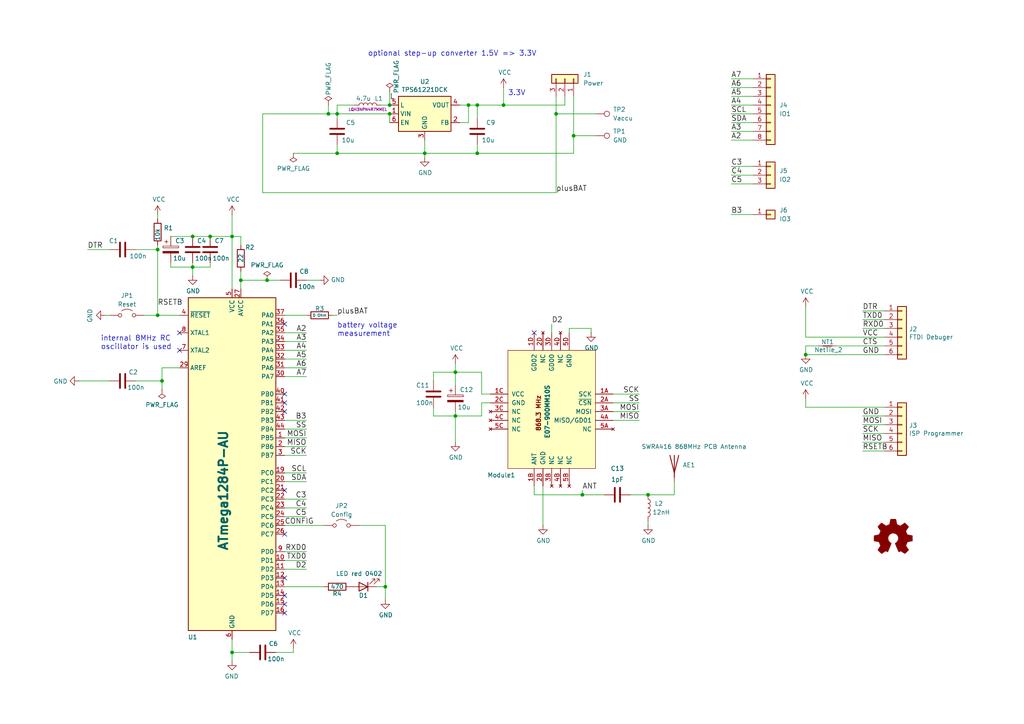
<source format=kicad_sch>
(kicad_sch (version 20231120) (generator "eeschema") (generator_version "8.0")
  (paper "A4")
  (title_block (title "HB_Stamp_IO_ATMega1284P_FUEL4EP") (date "2025-02-17") (rev "1.0") (company "(C) FUEL4EP") (comment 1 "Creative Commons License, non-commercial") (comment 2 "PCB thickness: 0.8 mm") (comment 3 "ATMega1284P (TQFP)  with eByte E07 900MM10S transceiver module") (comment 4 "AsksinPP stamp IO module with PCB 868MHz SWRA416 antenna"))
  (lib_symbols
    (symbol "Connector:TestPoint" (pin_numbers hide) (pin_names (offset 0.762) hide)
      (property "Reference" "TP" (at 0 6.858 0))
      (property "Value" "TestPoint" (at 0 5.08 0))
      (symbol "TestPoint_1_1"
        (pin passive line (at 0 0 90) (length 2.54) (name "1") (number "1"))
      )
    )
    (symbol "Connector_Generic:Conn_01x01" (pin_names (offset 1.016) hide)
      (property "Reference" "J" (at 0 2.54 0))
      (property "Value" "Conn_01x01" (at 0 -2.54 0))
      (symbol "Conn_01x01_1_1"
        (pin passive line (at -5.08 0 0) (length 3.81) (name "Pin_1") (number "1"))
      )
    )
    (symbol "Connector_Generic:Conn_01x03" (pin_names (offset 1.016) hide)
      (property "Reference" "J" (at 0 5.08 0))
      (property "Value" "Conn_01x03" (at 0 -5.08 0))
      (symbol "Conn_01x03_1_1"
        (pin passive line (at -5.08 2.54 0) (length 3.81) (name "Pin_1") (number "1"))
        (pin passive line (at -5.08 0 0) (length 3.81) (name "Pin_2") (number "2"))
        (pin passive line (at -5.08 -2.54 0) (length 3.81) (name "Pin_3") (number "3"))
      )
    )
    (symbol "Connector_Generic:Conn_01x06" (pin_names (offset 1.016) hide)
      (property "Reference" "J" (at 0 7.62 0))
      (property "Value" "Conn_01x06" (at 0 -10.16 0))
      (symbol "Conn_01x06_1_1"
        (pin passive line (at -5.08 5.08 0) (length 3.81) (name "Pin_1") (number "1"))
        (pin passive line (at -5.08 2.54 0) (length 3.81) (name "Pin_2") (number "2"))
        (pin passive line (at -5.08 0 0) (length 3.81) (name "Pin_3") (number "3"))
        (pin passive line (at -5.08 -2.54 0) (length 3.81) (name "Pin_4") (number "4"))
        (pin passive line (at -5.08 -5.08 0) (length 3.81) (name "Pin_5") (number "5"))
        (pin passive line (at -5.08 -7.62 0) (length 3.81) (name "Pin_6") (number "6"))
      )
    )
    (symbol "Connector_Generic:Conn_01x08" (pin_names (offset 1.016) hide)
      (property "Reference" "J" (at 0 10.16 0))
      (property "Value" "Conn_01x08" (at 0 -12.7 0))
      (symbol "Conn_01x08_1_1"
        (pin passive line (at -5.08 7.62 0) (length 3.81) (name "Pin_1") (number "1"))
        (pin passive line (at -5.08 5.08 0) (length 3.81) (name "Pin_2") (number "2"))
        (pin passive line (at -5.08 2.54 0) (length 3.81) (name "Pin_3") (number "3"))
        (pin passive line (at -5.08 0 0) (length 3.81) (name "Pin_4") (number "4"))
        (pin passive line (at -5.08 -2.54 0) (length 3.81) (name "Pin_5") (number "5"))
        (pin passive line (at -5.08 -5.08 0) (length 3.81) (name "Pin_6") (number "6"))
        (pin passive line (at -5.08 -7.62 0) (length 3.81) (name "Pin_7") (number "7"))
        (pin passive line (at -5.08 -10.16 0) (length 3.81) (name "Pin_8") (number "8"))
      )
    )
    (symbol "Device:Antenna" (pin_numbers hide) (pin_names (offset 1.016) hide)
      (property "Reference" "AE" (at -1.905 1.905 0))
      (property "Value" "Antenna" (at -1.905 0 0))
      (symbol "Antenna_1_1"
        (pin input line (at 0 -5.08 90) (length 2.54) (name "A") (number "1"))
      )
    )
    (symbol "Device:C" (pin_numbers hide) (pin_names (offset 0.254))
      (property "Reference" "C" (at 0.635 2.54 0))
      (property "Value" "C" (at 0.635 -2.54 0))
      (symbol "C_1_1"
        (pin passive line (at 0 3.81 270) (length 2.794) (name "~") (number "1"))
        (pin passive line (at 0 -3.81 90) (length 2.794) (name "~") (number "2"))
      )
    )
    (symbol "Device:C_Polarized" (pin_numbers hide) (pin_names (offset 0.254))
      (property "Reference" "C" (at 0.635 2.54 0))
      (property "Value" "C_Polarized" (at 0.635 -2.54 0))
      (symbol "C_Polarized_1_1"
        (pin passive line (at 0 3.81 270) (length 2.794) (name "~") (number "1"))
        (pin passive line (at 0 -3.81 90) (length 2.794) (name "~") (number "2"))
      )
    )
    (symbol "Device:L" (pin_numbers hide) (pin_names (offset 1.016) hide)
      (property "Reference" "L" (at -1.27 0 90))
      (property "Value" "L" (at 1.905 0 90))
      (symbol "L_1_1"
        (pin passive line (at 0 3.81 270) (length 1.27) (name "1") (number "1"))
        (pin passive line (at 0 -3.81 90) (length 1.27) (name "2") (number "2"))
      )
    )
    (symbol "Device:LED" (pin_numbers hide) (pin_names (offset 1.016) hide)
      (property "Reference" "D" (at 0 2.54 0))
      (property "Value" "LED" (at 0 -2.54 0))
      (symbol "LED_1_1"
        (pin passive line (at -3.81 0 0) (length 2.54) (name "K") (number "1"))
        (pin passive line (at 3.81 0 180) (length 2.54) (name "A") (number "2"))
      )
    )
    (symbol "Device:NetTie_2" (pin_numbers hide) (pin_names (offset 0) hide) (in_bom no)
      (property "Reference" "NT" (at 0 1.27 0))
      (property "Value" "NetTie_2" (at 0 -1.27 0))
      (symbol "NetTie_2_1_1"
        (pin passive line (at -2.54 0 0) (length 2.54) (name "1") (number "1"))
        (pin passive line (at 2.54 0 180) (length 2.54) (name "2") (number "2"))
      )
    )
    (symbol "Device:R" (pin_numbers hide) (pin_names (offset 0))
      (property "Reference" "R" (at 2.032 0 90))
      (property "Value" "R" (at 0 0 90))
      (symbol "R_1_1"
        (pin passive line (at 0 3.81 270) (length 1.27) (name "~") (number "1"))
        (pin passive line (at 0 -3.81 90) (length 1.27) (name "~") (number "2"))
      )
    )
    (symbol "FUEL4EP:E07-900MM10S" (pin_names (offset 1.016))
      (property "Reference" "Module" (at 0.635 -1.905 0))
      (property "Value" "E07-900MM10S" (at 11.43 15.875 90))
      (symbol "E07-900MM10S_0_0"
        (text "868.3 MHz" (at 8.89 10.795 900) (effects (font (size 1.27 1.27) (bold yes)) (justify left)))
        (pin input line (at 30.48 21.59 180) (length 5.08) (name "SCK") (number "1A"))
        (pin output line (at 7.62 -5.08 90) (length 5.08) (name "ANT") (number "1B"))
        (pin output line (at 7.62 39.37 270) (length 5.08) (name "GD02") (number "1D"))
        (pin input line (at 30.48 19.05 180) (length 5.08) (name "~{CSN}") (number "2A"))
        (pin power_in line (at 10.16 -5.08 90) (length 5.08) (name "GND") (number "2B"))
        (pin power_in line (at -5.08 19.05 0) (length 5.08) (name "GND") (number "2C"))
        (pin input line (at 30.48 16.51 180) (length 5.08) (name "MOSI") (number "3A"))
        (pin no_connect line (at -5.08 16.51 0) (length 5.08) (name "NC") (number "3C"))
        (pin output line (at 12.7 39.37 270) (length 5.08) (name "GD00") (number "3D"))
        (pin tri_state line (at 30.48 13.97 180) (length 5.08) (name "MISO/GD01") (number "4A"))
      )
      (symbol "E07-900MM10S_1_1"
        (pin power_in line (at -5.08 21.59 0) (length 5.08) (name "VCC") (number "1C"))
        (pin no_connect line (at 10.16 39.37 270) (length 5.08) (name "NC") (number "2D"))
        (pin no_connect line (at 12.7 -5.08 90) (length 5.08) (name "NC") (number "3B"))
        (pin no_connect line (at 15.24 -5.08 90) (length 5.08) (name "NC") (number "4B"))
        (pin no_connect line (at -5.08 13.97 0) (length 5.08) (name "NC") (number "4C"))
        (pin no_connect line (at 15.24 39.37 270) (length 5.08) (name "NC") (number "4D"))
        (pin no_connect line (at 30.48 11.43 180) (length 5.08) (name "NC") (number "5A"))
        (pin no_connect line (at 17.78 -5.08 90) (length 5.08) (name "NC") (number "5B"))
        (pin no_connect line (at -5.08 11.43 0) (length 5.08) (name "NC") (number "5C"))
        (pin power_in line (at 17.78 39.37 270) (length 5.08) (name "GND") (number "5D"))
      )
    )
    (symbol "Graphic:Logo_Open_Hardware_Small" (in_bom no) (on_board no))
    (symbol "Jumper:Jumper_2_Open" (pin_numbers hide) (pin_names (offset 0) hide) (exclude_from_sim yes)
      (property "Reference" "JP" (at 0 2.794 0))
      (property "Value" "Jumper_2_Open" (at 0 -2.286 0))
      (symbol "Jumper_2_Open_1_1"
        (pin passive line (at -5.08 0 0) (length 2.54) (name "A") (number "1"))
        (pin passive line (at 5.08 0 180) (length 2.54) (name "B") (number "2"))
      )
    )
    (symbol "MCU_Microchip_ATmega:ATmega1284P-A"
      (property "Reference" "U" (at -12.7 49.53 0))
      (property "Value" "ATmega1284P-A" (at 2.54 -49.53 0))
      (symbol "ATmega1284P-A_1_1"
        (pin bidirectional line (at 15.24 7.62 180) (length 2.54) (name "PB5") (number "1"))
        (pin bidirectional line (at 15.24 -27.94 180) (length 2.54) (name "PD1") (number "10"))
        (pin bidirectional line (at 15.24 -30.48 180) (length 2.54) (name "PD2") (number "11"))
        (pin bidirectional line (at 15.24 -33.02 180) (length 2.54) (name "PD3") (number "12"))
        (pin bidirectional line (at 15.24 -35.56 180) (length 2.54) (name "PD4") (number "13"))
        (pin bidirectional line (at 15.24 -38.1 180) (length 2.54) (name "PD5") (number "14"))
        (pin bidirectional line (at 15.24 -40.64 180) (length 2.54) (name "PD6") (number "15"))
        (pin bidirectional line (at 15.24 -43.18 180) (length 2.54) (name "PD7") (number "16"))
        (pin passive line (at 0 50.8 270) (length 2.54) hide (name "VCC") (number "17"))
        (pin passive line (at 0 -50.8 90) (length 2.54) hide (name "GND") (number "18"))
        (pin bidirectional line (at 15.24 -2.54 180) (length 2.54) (name "PC0") (number "19"))
        (pin bidirectional line (at 15.24 5.08 180) (length 2.54) (name "PB6") (number "2"))
        (pin bidirectional line (at 15.24 -5.08 180) (length 2.54) (name "PC1") (number "20"))
        (pin bidirectional line (at 15.24 -7.62 180) (length 2.54) (name "PC2") (number "21"))
        (pin bidirectional line (at 15.24 -10.16 180) (length 2.54) (name "PC3") (number "22"))
        (pin bidirectional line (at 15.24 -12.7 180) (length 2.54) (name "PC4") (number "23"))
        (pin bidirectional line (at 15.24 -15.24 180) (length 2.54) (name "PC5") (number "24"))
        (pin bidirectional line (at 15.24 -17.78 180) (length 2.54) (name "PC6") (number "25"))
        (pin bidirectional line (at 15.24 -20.32 180) (length 2.54) (name "PC7") (number "26"))
        (pin power_in line (at 2.54 50.8 270) (length 2.54) (name "AVCC") (number "27"))
        (pin passive line (at 0 -50.8 90) (length 2.54) hide (name "GND") (number "28"))
        (pin passive line (at -15.24 27.94 0) (length 2.54) (name "AREF") (number "29"))
        (pin bidirectional line (at 15.24 2.54 180) (length 2.54) (name "PB7") (number "3"))
        (pin bidirectional line (at 15.24 25.4 180) (length 2.54) (name "PA7") (number "30"))
        (pin bidirectional line (at 15.24 27.94 180) (length 2.54) (name "PA6") (number "31"))
        (pin bidirectional line (at 15.24 30.48 180) (length 2.54) (name "PA5") (number "32"))
        (pin bidirectional line (at 15.24 33.02 180) (length 2.54) (name "PA4") (number "33"))
        (pin bidirectional line (at 15.24 35.56 180) (length 2.54) (name "PA3") (number "34"))
        (pin bidirectional line (at 15.24 38.1 180) (length 2.54) (name "PA2") (number "35"))
        (pin bidirectional line (at 15.24 40.64 180) (length 2.54) (name "PA1") (number "36"))
        (pin bidirectional line (at 15.24 43.18 180) (length 2.54) (name "PA0") (number "37"))
        (pin passive line (at 0 50.8 270) (length 2.54) hide (name "VCC") (number "38"))
        (pin passive line (at 0 -50.8 90) (length 2.54) hide (name "GND") (number "39"))
        (pin input line (at -15.24 43.18 0) (length 2.54) (name "~{RESET}") (number "4"))
        (pin bidirectional line (at 15.24 20.32 180) (length 2.54) (name "PB0") (number "40"))
        (pin bidirectional line (at 15.24 17.78 180) (length 2.54) (name "PB1") (number "41"))
        (pin bidirectional line (at 15.24 15.24 180) (length 2.54) (name "PB2") (number "42"))
        (pin bidirectional line (at 15.24 12.7 180) (length 2.54) (name "PB3") (number "43"))
        (pin bidirectional line (at 15.24 10.16 180) (length 2.54) (name "PB4") (number "44"))
        (pin power_in line (at 0 50.8 270) (length 2.54) (name "VCC") (number "5"))
        (pin power_in line (at 0 -50.8 90) (length 2.54) (name "GND") (number "6"))
        (pin output line (at -15.24 33.02 0) (length 2.54) (name "XTAL2") (number "7"))
        (pin input line (at -15.24 38.1 0) (length 2.54) (name "XTAL1") (number "8"))
        (pin bidirectional line (at 15.24 -25.4 180) (length 2.54) (name "PD0") (number "9"))
      )
    )
    (symbol "Regulator_Switching:TPS61221DCK"
      (property "Reference" "U" (at -7.62 6.35 0))
      (property "Value" "TPS61221DCK" (at 2.54 6.35 0))
      (symbol "TPS61221DCK_1_1"
        (pin power_in line (at -10.16 0 0) (length 2.54) (name "VIN") (number "1"))
        (pin input line (at 10.16 -2.54 180) (length 2.54) (name "FB") (number "2"))
        (pin power_in line (at 0 -7.62 90) (length 2.54) (name "GND") (number "3"))
        (pin power_out line (at 10.16 2.54 180) (length 2.54) (name "VOUT") (number "4"))
        (pin power_in line (at -10.16 2.54 0) (length 2.54) (name "L") (number "5"))
        (pin input line (at -10.16 -2.54 0) (length 2.54) (name "EN") (number "6"))
      )
    )
    (symbol "power:GND" (power) (pin_numbers hide) (pin_names (offset 0) hide)
      (property "Value" "GND" (at 0 -3.81 0))
      (symbol "GND_1_1"
        (pin power_in line (at 0 0 270) (length 0) (name "~") (number "1"))
      )
    )
    (symbol "power:PWR_FLAG" (power) (pin_numbers hide) (pin_names (offset 0) hide)
      (property "Value" "PWR_FLAG" (at 0 3.81 0))
      (symbol "PWR_FLAG_0_0"
        (pin power_out line (at 0 0 90) (length 0) (name "~") (number "1"))
      )
    )
    (symbol "power:VCC" (power) (pin_numbers hide) (pin_names (offset 0) hide)
      (property "Value" "VCC" (at 0 3.556 0))
      (symbol "VCC_1_1"
        (pin power_in line (at 0 0 90) (length 0) (name "~") (number "1"))
      )
    )
  )
  (junction (at 111.76 170.18))
  (junction (at 123.19 44.45))
  (junction (at 168.91 143.51))
  (junction (at 113.03 30.48))
  (junction (at 46.99 110.49))
  (junction (at 95.25 33.02))
  (junction (at 67.31 189.23))
  (junction (at 187.96 143.51))
  (junction (at 69.85 81.28))
  (junction (at 132.08 107.95))
  (junction (at 138.43 30.48))
  (junction (at 138.43 44.45))
  (junction (at 146.05 30.48))
  (junction (at 55.88 77.47))
  (junction (at 77.47 81.28))
  (junction (at 113.03 33.02))
  (junction (at 97.79 44.45))
  (junction (at 55.88 68.58))
  (junction (at 233.68 102.87))
  (junction (at 135.89 30.48))
  (junction (at 132.08 120.65))
  (junction (at 97.79 33.02))
  (junction (at 45.72 72.39))
  (junction (at 60.96 68.58))
  (junction (at 67.31 68.58))
  (junction (at 45.72 91.44))
  (junction (at 161.29 33.02))
  (junction (at 166.37 39.37))
  (no_connect (at 82.55 154.94))
  (no_connect (at 52.07 101.6))
  (no_connect (at 82.55 142.24))
  (no_connect (at 82.55 175.26))
  (no_connect (at 82.55 116.84))
  (no_connect (at 154.94 96.52))
  (no_connect (at 82.55 119.38))
  (no_connect (at 82.55 172.72))
  (no_connect (at 52.07 96.52))
  (no_connect (at 82.55 167.64))
  (no_connect (at 82.55 93.98))
  (no_connect (at 82.55 177.8))
  (no_connect (at 82.55 114.3))
  (wire (pts (xy 113.03 30.48) (xy 110.49 30.48)))
  (wire (pts (xy 104.14 152.4) (xy 111.76 152.4)))
  (wire (pts (xy 212.09 53.34) (xy 218.44 53.34)))
  (wire (pts (xy 166.37 39.37) (xy 172.72 39.37)))
  (wire (pts (xy 177.8 119.38) (xy 185.42 119.38)))
  (wire (pts (xy 31.75 72.39) (xy 25.4 72.39)))
  (wire (pts (xy 67.31 68.58) (xy 67.31 83.82)))
  (wire (pts (xy 82.55 147.32) (xy 88.9 147.32)))
  (wire (pts (xy 39.37 110.49) (xy 46.99 110.49)))
  (wire (pts (xy 82.55 165.1) (xy 88.9 165.1)))
  (wire (pts (xy 132.08 128.27) (xy 132.08 120.65)))
  (wire (pts (xy 97.79 33.02) (xy 95.25 33.02)))
  (wire (pts (xy 113.03 30.48) (xy 113.03 26.67)))
  (wire (pts (xy 45.72 71.12) (xy 45.72 72.39)))
  (wire (pts (xy 82.55 101.6) (xy 88.9 101.6)))
  (wire (pts (xy 138.43 44.45) (xy 138.43 41.91)))
  (wire (pts (xy 146.05 30.48) (xy 163.83 30.48)))
  (wire (pts (xy 125.73 107.95) (xy 125.73 110.49)))
  (wire (pts (xy 76.2 55.88) (xy 161.29 55.88)))
  (wire (pts (xy 69.85 81.28) (xy 69.85 83.82)))
  (wire (pts (xy 182.88 143.51) (xy 187.96 143.51)))
  (wire (pts (xy 82.55 124.46) (xy 88.9 124.46)))
  (wire (pts (xy 132.08 120.65) (xy 125.73 120.65)))
  (wire (pts (xy 55.88 77.47) (xy 55.88 80.01)))
  (wire (pts (xy 177.8 114.3) (xy 185.42 114.3)))
  (wire (pts (xy 233.68 97.79) (xy 233.68 88.9)))
  (wire (pts (xy 111.76 170.18) (xy 111.76 173.99)))
  (wire (pts (xy 82.55 162.56) (xy 88.9 162.56)))
  (wire (pts (xy 138.43 44.45) (xy 166.37 44.45)))
  (wire (pts (xy 81.28 81.28) (xy 77.47 81.28)))
  (wire (pts (xy 46.99 110.49) (xy 46.99 106.68)))
  (wire (pts (xy 171.45 95.25) (xy 171.45 96.52)))
  (wire (pts (xy 256.54 128.27) (xy 250.19 128.27)))
  (wire (pts (xy 233.68 100.33) (xy 237.49 100.33)))
  (wire (pts (xy 97.79 44.45) (xy 123.19 44.45)))
  (wire (pts (xy 139.7 120.65) (xy 132.08 120.65)))
  (wire (pts (xy 67.31 68.58) (xy 69.85 68.58)))
  (wire (pts (xy 82.55 160.02) (xy 88.9 160.02)))
  (wire (pts (xy 139.7 107.95) (xy 132.08 107.95)))
  (wire (pts (xy 212.09 50.8) (xy 218.44 50.8)))
  (wire (pts (xy 95.25 30.48) (xy 95.25 33.02)))
  (wire (pts (xy 125.73 118.11) (xy 125.73 120.65)))
  (wire (pts (xy 168.91 142.24) (xy 168.91 143.51)))
  (wire (pts (xy 132.08 105.41) (xy 132.08 107.95)))
  (wire (pts (xy 49.53 76.2) (xy 49.53 77.47)))
  (wire (pts (xy 166.37 39.37) (xy 166.37 44.45)))
  (wire (pts (xy 256.54 95.25) (xy 250.19 95.25)))
  (wire (pts (xy 97.79 33.02) (xy 113.03 33.02)))
  (wire (pts (xy 123.19 44.45) (xy 138.43 44.45)))
  (wire (pts (xy 256.54 118.11) (xy 233.68 118.11)))
  (wire (pts (xy 82.55 109.22) (xy 88.9 109.22)))
  (wire (pts (xy 97.79 33.02) (xy 97.79 34.29)))
  (wire (pts (xy 97.79 30.48) (xy 102.87 30.48)))
  (wire (pts (xy 139.7 116.84) (xy 139.7 120.65)))
  (wire (pts (xy 67.31 185.42) (xy 67.31 189.23)))
  (wire (pts (xy 109.22 170.18) (xy 111.76 170.18)))
  (wire (pts (xy 113.03 35.56) (xy 113.03 33.02)))
  (wire (pts (xy 82.55 127) (xy 88.9 127)))
  (wire (pts (xy 82.55 129.54) (xy 88.9 129.54)))
  (wire (pts (xy 45.72 91.44) (xy 52.07 91.44)))
  (wire (pts (xy 212.09 33.02) (xy 218.44 33.02)))
  (wire (pts (xy 187.96 143.51) (xy 195.58 143.51)))
  (wire (pts (xy 212.09 62.23) (xy 218.44 62.23)))
  (wire (pts (xy 212.09 25.4) (xy 218.44 25.4)))
  (wire (pts (xy 82.55 132.08) (xy 88.9 132.08)))
  (wire (pts (xy 157.48 140.97) (xy 157.48 152.4)))
  (wire (pts (xy 82.55 137.16) (xy 88.9 137.16)))
  (wire (pts (xy 67.31 62.23) (xy 67.31 68.58)))
  (wire (pts (xy 242.57 100.33) (xy 256.54 100.33)))
  (wire (pts (xy 212.09 40.64) (xy 218.44 40.64)))
  (wire (pts (xy 142.24 114.3) (xy 139.7 114.3)))
  (wire (pts (xy 212.09 38.1) (xy 218.44 38.1)))
  (wire (pts (xy 132.08 107.95) (xy 125.73 107.95)))
  (wire (pts (xy 82.55 152.4) (xy 93.98 152.4)))
  (wire (pts (xy 41.91 91.44) (xy 45.72 91.44)))
  (wire (pts (xy 161.29 33.02) (xy 161.29 27.94)))
  (wire (pts (xy 97.79 30.48) (xy 97.79 33.02)))
  (wire (pts (xy 49.53 68.58) (xy 55.88 68.58)))
  (wire (pts (xy 165.1 95.25) (xy 171.45 95.25)))
  (wire (pts (xy 146.05 25.4) (xy 146.05 30.48)))
  (wire (pts (xy 187.96 151.13) (xy 187.96 152.4)))
  (wire (pts (xy 22.86 110.49) (xy 31.75 110.49)))
  (wire (pts (xy 163.83 30.48) (xy 163.83 27.94)))
  (wire (pts (xy 96.52 91.44) (xy 97.79 91.44)))
  (wire (pts (xy 46.99 106.68) (xy 52.07 106.68)))
  (wire (pts (xy 69.85 81.28) (xy 77.47 81.28)))
  (wire (pts (xy 80.01 189.23) (xy 85.09 189.23)))
  (wire (pts (xy 233.68 118.11) (xy 233.68 115.57)))
  (wire (pts (xy 55.88 76.2) (xy 55.88 77.47)))
  (wire (pts (xy 93.98 170.18) (xy 82.55 170.18)))
  (wire (pts (xy 138.43 30.48) (xy 138.43 34.29)))
  (wire (pts (xy 212.09 22.86) (xy 218.44 22.86)))
  (wire (pts (xy 69.85 71.12) (xy 69.85 68.58)))
  (wire (pts (xy 256.54 123.19) (xy 250.19 123.19)))
  (wire (pts (xy 135.89 35.56) (xy 135.89 30.48)))
  (wire (pts (xy 133.35 35.56) (xy 135.89 35.56)))
  (wire (pts (xy 82.55 149.86) (xy 88.9 149.86)))
  (wire (pts (xy 154.94 140.97) (xy 154.94 143.51)))
  (wire (pts (xy 88.9 81.28) (xy 92.71 81.28)))
  (wire (pts (xy 212.09 30.48) (xy 218.44 30.48)))
  (wire (pts (xy 55.88 68.58) (xy 60.96 68.58)))
  (wire (pts (xy 60.96 68.58) (xy 67.31 68.58)))
  (wire (pts (xy 175.26 143.51) (xy 168.91 143.51)))
  (wire (pts (xy 132.08 107.95) (xy 132.08 111.76)))
  (wire (pts (xy 67.31 189.23) (xy 72.39 189.23)))
  (wire (pts (xy 111.76 152.4) (xy 111.76 170.18)))
  (wire (pts (xy 132.08 120.65) (xy 132.08 119.38)))
  (wire (pts (xy 39.37 72.39) (xy 45.72 72.39)))
  (wire (pts (xy 165.1 96.52) (xy 165.1 95.25)))
  (wire (pts (xy 46.99 113.03) (xy 46.99 110.49)))
  (wire (pts (xy 82.55 121.92) (xy 88.9 121.92)))
  (wire (pts (xy 195.58 139.7) (xy 195.58 143.51)))
  (wire (pts (xy 82.55 106.68) (xy 88.9 106.68)))
  (wire (pts (xy 212.09 48.26) (xy 218.44 48.26)))
  (wire (pts (xy 177.8 116.84) (xy 185.42 116.84)))
  (wire (pts (xy 256.54 90.17) (xy 250.19 90.17)))
  (wire (pts (xy 67.31 189.23) (xy 67.31 191.77)))
  (wire (pts (xy 135.89 30.48) (xy 133.35 30.48)))
  (wire (pts (xy 138.43 30.48) (xy 135.89 30.48)))
  (wire (pts (xy 161.29 55.88) (xy 161.29 33.02)))
  (wire (pts (xy 177.8 121.92) (xy 185.42 121.92)))
  (wire (pts (xy 85.09 44.45) (xy 97.79 44.45)))
  (wire (pts (xy 97.79 44.45) (xy 97.79 41.91)))
  (wire (pts (xy 139.7 114.3) (xy 139.7 107.95)))
  (wire (pts (xy 82.55 99.06) (xy 88.9 99.06)))
  (wire (pts (xy 123.19 40.64) (xy 123.19 44.45)))
  (wire (pts (xy 82.55 139.7) (xy 88.9 139.7)))
  (wire (pts (xy 82.55 144.78) (xy 88.9 144.78)))
  (wire (pts (xy 256.54 92.71) (xy 250.19 92.71)))
  (wire (pts (xy 82.55 104.14) (xy 88.9 104.14)))
  (wire (pts (xy 55.88 77.47) (xy 60.96 77.47)))
  (wire (pts (xy 256.54 125.73) (xy 250.19 125.73)))
  (wire (pts (xy 142.24 116.84) (xy 139.7 116.84)))
  (wire (pts (xy 233.68 102.87) (xy 256.54 102.87)))
  (wire (pts (xy 85.09 189.23) (xy 85.09 187.96)))
  (wire (pts (xy 212.09 27.94) (xy 218.44 27.94)))
  (wire (pts (xy 60.96 76.2) (xy 60.96 77.47)))
  (wire (pts (xy 76.2 55.88) (xy 76.2 33.02)))
  (wire (pts (xy 45.72 72.39) (xy 45.72 91.44)))
  (wire (pts (xy 49.53 77.47) (xy 55.88 77.47)))
  (wire (pts (xy 212.09 35.56) (xy 218.44 35.56)))
  (wire (pts (xy 45.72 62.23) (xy 45.72 63.5)))
  (wire (pts (xy 123.19 44.45) (xy 123.19 45.72)))
  (wire (pts (xy 256.54 130.81) (xy 250.19 130.81)))
  (wire (pts (xy 82.55 96.52) (xy 88.9 96.52)))
  (wire (pts (xy 233.68 100.33) (xy 233.68 102.87)))
  (wire (pts (xy 166.37 27.94) (xy 166.37 39.37)))
  (wire (pts (xy 30.48 91.44) (xy 31.75 91.44)))
  (wire (pts (xy 138.43 30.48) (xy 146.05 30.48)))
  (wire (pts (xy 168.91 143.51) (xy 154.94 143.51)))
  (wire (pts (xy 160.02 93.98) (xy 160.02 96.52)))
  (wire (pts (xy 69.85 78.74) (xy 69.85 81.28)))
  (wire (pts (xy 250.19 120.65) (xy 256.54 120.65)))
  (wire (pts (xy 76.2 33.02) (xy 95.25 33.02)))
  (wire (pts (xy 82.55 91.44) (xy 88.9 91.44)))
  (wire (pts (xy 161.29 33.02) (xy 172.72 33.02)))
  (wire (pts (xy 233.68 97.79) (xy 256.54 97.79)))
  (text "battery voltage\nmeasurement" (at 97.79 97.79 0) (effects (font (size 1.524 1.524)) (justify left bottom)))
  (text "internal 8MHz RC\noscillator is used" (at 29.21 101.6 0) (effects (font (size 1.524 1.524)) (justify left bottom)))
  (text "3.3V" (at 147.32 27.94 0) (effects (font (size 1.524 1.524)) (justify left bottom)))
  (text "optional step-up converter 1.5V => 3.3V" (at 106.68 16.51 0) (effects (font (size 1.524 1.524)) (justify left bottom)))
  (label "SCL" (at 88.9 137.16 180) (effects (font (size 1.524 1.524))))
  (label "MOSI" (at 185.42 119.38 180) (effects (font (size 1.524 1.524))))
  (label "SS" (at 185.42 116.84 180) (effects (font (size 1.524 1.524))))
  (label "C4" (at 88.9 147.32 180) (effects (font (size 1.524 1.524))))
  (label "SDA" (at 88.9 139.7 180) (effects (font (size 1.524 1.524))))
  (label "VCC" (at 250.19 97.79 0) (effects (font (size 1.524 1.524))))
  (label "MOSI" (at 88.9 127 180) (effects (font (size 1.524 1.524))))
  (label "MISO" (at 185.42 121.92 180) (effects (font (size 1.524 1.524))))
  (label "D2" (at 88.9 165.1 180) (effects (font (size 1.524 1.524))))
  (label "A5" (at 212.09 27.94 0) (effects (font (size 1.524 1.524))))
  (label "D2" (at 160.02 93.98 0) (effects (font (size 1.524 1.524))))
  (label "SCK" (at 250.19 125.73 0) (effects (font (size 1.524 1.524))))
  (label "MISO" (at 250.19 128.27 0) (effects (font (size 1.524 1.524))))
  (label "C5" (at 88.9 149.86 180) (effects (font (size 1.524 1.524))))
  (label "A5" (at 88.9 104.14 180) (effects (font (size 1.524 1.524))))
  (label "C5" (at 212.09 53.34 0) (effects (font (size 1.524 1.524))))
  (label "A7" (at 88.9 109.22 180) (effects (font (size 1.524 1.524))))
  (label "DTR" (at 250.19 90.17 0) (effects (font (size 1.524 1.524))))
  (label "A2" (at 88.9 96.52 180) (effects (font (size 1.524 1.524))))
  (label "CONFIG" (at 82.55 152.4 0) (effects (font (size 1.524 1.524))))
  (label "C3" (at 88.9 144.78 180) (effects (font (size 1.524 1.524))))
  (label "SCL" (at 212.09 33.02 0) (effects (font (size 1.524 1.524))))
  (label "A6" (at 212.09 25.4 0) (effects (font (size 1.524 1.524))))
  (label "A3" (at 212.09 38.1 0) (effects (font (size 1.524 1.524))))
  (label "A4" (at 88.9 101.6 180) (effects (font (size 1.524 1.524))))
  (label "RSETB" (at 45.72 88.9 0) (effects (font (size 1.524 1.524))))
  (label "TXD0" (at 250.19 92.71 0) (effects (font (size 1.524 1.524))))
  (label "ANT" (at 168.91 142.24 0) (effects (font (size 1.524 1.524))))
  (label "C4" (at 212.09 50.8 0) (effects (font (size 1.524 1.524))))
  (label "B3" (at 88.9 121.92 180) (effects (font (size 1.524 1.524))))
  (label "B3" (at 212.09 62.23 0) (effects (font (size 1.524 1.524))))
  (label "CTS" (at 250.19 100.33 0) (effects (font (size 1.524 1.524))))
  (label "GND" (at 250.19 102.87 0) (effects (font (size 1.524 1.524))))
  (label "A7" (at 212.09 22.86 0) (effects (font (size 1.524 1.524))))
  (label "GND" (at 250.19 120.65 0) (effects (font (size 1.524 1.524))))
  (label "L" (at 113.03 29.21 0) (effects (font (size 1.524 1.524))))
  (label "plusBAT" (at 161.29 55.88 0) (effects (font (size 1.524 1.524))))
  (label "SS" (at 88.9 124.46 180) (effects (font (size 1.524 1.524))))
  (label "DTR" (at 25.4 72.39 0) (effects (font (size 1.524 1.524))))
  (label "MISO" (at 88.9 129.54 180) (effects (font (size 1.524 1.524))))
  (label "SCK" (at 185.42 114.3 180) (effects (font (size 1.524 1.524))))
  (label "TXD0" (at 88.9 162.56 180) (effects (font (size 1.524 1.524))))
  (label "A2" (at 212.09 40.64 0) (effects (font (size 1.524 1.524))))
  (label "MOSI" (at 250.19 123.19 0) (effects (font (size 1.524 1.524))))
  (label "A3" (at 88.9 99.06 180) (effects (font (size 1.524 1.524))))
  (label "RXD0" (at 88.9 160.02 180) (effects (font (size 1.524 1.524))))
  (label "SDA" (at 212.09 35.56 0) (effects (font (size 1.524 1.524))))
  (label "C3" (at 212.09 48.26 0) (effects (font (size 1.524 1.524))))
  (label "RXD0" (at 250.19 95.25 0) (effects (font (size 1.524 1.524))))
  (label "A6" (at 88.9 106.68 180) (effects (font (size 1.524 1.524))))
  (label "A4" (at 212.09 30.48 0) (effects (font (size 1.524 1.524))))
  (label "plusBAT" (at 97.79 91.44 0) (effects (font (size 1.524 1.524))))
  (label "RSETB" (at 250.19 130.81 0) (effects (font (size 1.524 1.524))))
  (label "SCK" (at 88.9 132.08 180) (effects (font (size 1.524 1.524))))
  (symbol (lib_id "Device:LED") (at 105.41 170.18 180) (unit 1)
    (property "Reference" "D1" (at 105.41 172.72 0))
    (property "Value" "LED red 0402" (at 104.14 166.37 0))
    (property "Footprint" "LED_SMD:LED_0402_1005Metric" (effects (hide yes)))
    (property "Description" "Light emitting diode" (effects (hide yes)))
    (property "TYPE" "0402" (effects (hide yes)))
    (property "LCSC" "C273598" (effects (hide yes)))
  )
  (symbol (lib_id "Device:R") (at 97.79 170.18 90) (mirror x) (unit 1)
    (property "Reference" "R4" (at 97.79 172.212 90))
    (property "Value" "470" (at 97.79 170.18 90))
    (property "Footprint" "Resistor_SMD:R_0402_1005Metric" (effects (hide yes)))
    (property "Description" "Resistor" (effects (hide yes)))
    (property "TYPE" "0402" (effects (hide yes)))
    (property "LCSC" "C25117" (effects (hide yes)))
  )
  (symbol (lib_id "Connector_Generic:Conn_01x06") (at 261.62 123.19 0) (unit 1)
    (property "Reference" "J3" (at 263.652 123.3932 0) (effects (justify left)))
    (property "Value" "ISP Programmer" (at 263.652 125.7046 0) (effects (justify left)))
    (property "Footprint" "FUEL4EP:PogoPinHeader_SMD_1x06_P2.54mm_Vertical" (effects (hide yes)))
    (property "Description" "Generic connector, single row, 01x06, script generated (kicad-library-utils/schlib/autogen/connector/)" (effects (hide yes)))
    (property "TYPE" "0" (effects (hide yes)))
  )
  (symbol (lib_id "power:GND") (at 132.08 128.27 0) (unit 1)
    (property "Reference" "#PWR012" (effects (hide yes)))
    (property "Value" "GND" (at 132.207 132.6642 0))
    (property "Description" "Power symbol creates a global label with name \"GND\" , ground" (effects (hide yes)))
  )
  (symbol (lib_id "power:VCC") (at 132.08 105.41 0) (unit 1)
    (property "Reference" "#PWR011" (effects (hide yes)))
    (property "Value" "VCC" (at 132.461 101.0158 0))
    (property "Description" "Power symbol creates a global label with name \"VCC\"" (effects (hide yes)))
  )
  (symbol (lib_id "Graphic:Logo_Open_Hardware_Small") (at 259.08 156.21 0) (unit 1) (in_bom no)
    (property "Reference" "LOGO1" (effects (hide yes)))
    (property "Value" "Logo_Open_Hardware_Small" (effects (hide yes)))
    (property "Footprint" "FUEL4EP:CC-BY-ND-SA" (effects (hide yes)))
    (property "Description" "Open Hardware logo, small" (effects (hide yes)))
    (property "TYPE" "0" (effects (hide yes)))
  )
  (symbol (lib_id "MCU_Microchip_ATmega:ATmega1284P-A") (at 67.31 134.62 0) (unit 1)
    (property "Reference" "U1" (at 55.88 184.785 0))
    (property "Value" "ATmega1284P-AU" (at 64.77 142.24 90) (effects (font (size 2.54 2.54) (bold yes))))
    (property "Footprint" "Package_QFP:TQFP-44_10x10mm_P0.8mm" (effects (hide yes)))
    (property "Datasheet" "http://ww1.microchip.com/downloads/en/DeviceDoc/Atmel-8272-8-bit-AVR-microcontroller-ATmega164A_PA-324A_PA-644A_PA-1284_P_datasheet.pdf" (effects (hide yes)))
    (property "Description" "20MHz, 128kB Flash, 16kB SRAM, 4kB EEPROM, JTAG, TQFP-44" (effects (hide yes)))
    (property "TYPE" "TQFP-44_10.0x10.0x0.8P" (effects (hide yes)))
    (property "LCSC" "C33575" (effects (hide yes)))
  )
  (symbol (lib_id "power:PWR_FLAG") (at 46.99 113.03 180) (unit 1)
    (property "Reference" "#FLG01" (effects (hide yes)))
    (property "Value" "PWR_FLAG" (at 46.99 117.4242 0))
    (property "Description" "Special symbol for telling ERC where power comes from" (effects (hide yes)))
  )
  (symbol (lib_id "power:VCC") (at 233.68 115.57 0) (unit 1)
    (property "Reference" "#PWR023" (effects (hide yes)))
    (property "Value" "VCC" (at 234.061 111.1758 0))
    (property "Description" "Power symbol creates a global label with name \"VCC\"" (effects (hide yes)))
  )
  (symbol (lib_id "Device:R") (at 69.85 74.93 0) (unit 1)
    (property "Reference" "R2" (at 71.12 71.755 0) (effects (justify left)))
    (property "Value" "22" (at 69.85 76.2 90) (effects (justify left)))
    (property "Footprint" "Resistor_SMD:R_0402_1005Metric" (effects (hide yes)))
    (property "Description" "Resistor" (effects (hide yes)))
    (property "TYPE" "0603" (effects (hide yes)))
    (property "LCSC" "C23345" (effects (hide yes)))
  )
  (symbol (lib_id "Device:R") (at 45.72 67.31 0) (unit 1)
    (property "Reference" "R1" (at 47.498 66.1416 0) (effects (justify left)))
    (property "Value" "10k" (at 45.72 69.85 90) (effects (justify left)))
    (property "Footprint" "Resistor_SMD:R_0402_1005Metric" (effects (hide yes)))
    (property "Description" "Resistor" (effects (hide yes)))
    (property "TYPE" "0402" (effects (hide yes)))
    (property "LCSC" "C25744" (effects (hide yes)))
  )
  (symbol (lib_id "power:VCC") (at 45.72 62.23 0) (unit 1)
    (property "Reference" "#PWR02" (effects (hide yes)))
    (property "Value" "VCC" (at 46.101 57.8358 0))
    (property "Description" "Power symbol creates a global label with name \"VCC\"" (effects (hide yes)))
  )
  (symbol (lib_id "power:GND") (at 92.71 81.28 90) (unit 1)
    (property "Reference" "#PWR07" (effects (hide yes)))
    (property "Value" "GND" (at 95.9612 81.153 90) (effects (justify right)))
    (property "Description" "Power symbol creates a global label with name \"GND\" , ground" (effects (hide yes)))
  )
  (symbol (lib_id "power:GND") (at 55.88 80.01 0) (unit 1)
    (property "Reference" "#PWR03" (effects (hide yes)))
    (property "Value" "GND" (at 56.007 84.4042 0))
    (property "Description" "Power symbol creates a global label with name \"GND\" , ground" (effects (hide yes)))
  )
  (symbol (lib_id "power:GND") (at 67.31 191.77 0) (mirror y) (unit 1)
    (property "Reference" "#PWR05" (effects (hide yes)))
    (property "Value" "GND" (at 67.183 196.1642 0))
    (property "Description" "Power symbol creates a global label with name \"GND\" , ground" (effects (hide yes)))
  )
  (symbol (lib_id "Connector_Generic:Conn_01x06") (at 261.62 95.25 0) (unit 1)
    (property "Reference" "J2" (at 263.652 95.4532 0) (effects (justify left)))
    (property "Value" "FTDI Debuger" (at 263.652 97.7646 0) (effects (justify left)))
    (property "Footprint" "FUEL4EP:PogoPinHeader_SMD_1x06_P2.54mm_Vertical" (effects (hide yes)))
    (property "Description" "Generic connector, single row, 01x06, script generated (kicad-library-utils/schlib/autogen/connector/)" (effects (hide yes)))
    (property "TYPE" "0" (effects (hide yes)))
  )
  (symbol (lib_id "power:PWR_FLAG") (at 77.47 81.28 0) (unit 1)
    (property "Reference" "#FLG04" (effects (hide yes)))
    (property "Value" "PWR_FLAG" (at 77.47 76.8858 0))
    (property "Description" "Special symbol for telling ERC where power comes from" (effects (hide yes)))
  )
  (symbol (lib_id "power:VCC") (at 233.68 88.9 0) (unit 1)
    (property "Reference" "#PWR021" (effects (hide yes)))
    (property "Value" "VCC" (at 234.061 84.5058 0))
    (property "Description" "Power symbol creates a global label with name \"VCC\"" (effects (hide yes)))
  )
  (symbol (lib_id "power:GND") (at 233.68 102.87 0) (unit 1)
    (property "Reference" "#PWR022" (effects (hide yes)))
    (property "Value" "GND" (at 233.807 107.2642 0))
    (property "Description" "Power symbol creates a global label with name \"GND\" , ground" (effects (hide yes)))
  )
  (symbol (lib_id "power:GND") (at 111.76 173.99 0) (unit 1)
    (property "Reference" "#PWR09" (effects (hide yes)))
    (property "Value" "GND" (at 111.887 178.3842 0))
    (property "Description" "Power symbol creates a global label with name \"GND\" , ground" (effects (hide yes)))
  )
  (symbol (lib_id "Regulator_Switching:TPS61221DCK") (at 123.19 33.02 0) (unit 1)
    (property "Reference" "U2" (at 123.19 23.6982 0))
    (property "Value" "TPS61221DCK" (at 123.19 26.0096 0))
    (property "Footprint" "Package_TO_SOT_SMD:Texas_R-PDSO-G6" (effects (hide yes)))
    (property "Datasheet" "http://www.ti.com/lit/ds/symlink/tps61220.pdf" (effects (hide yes)))
    (property "Description" "400 mA Step-Up Converter, Fixed 3.3V Output Voltage, 0.7-5.5V Input Voltage, SC-70" (effects (hide yes)))
    (property "LCSC" "C2865756" (effects (hide yes)))
    (property "TYPE" "SOT-363" (effects (hide yes)))
  )
  (symbol (lib_id "Device:C") (at 97.79 38.1 0) (unit 1)
    (property "Reference" "C5" (at 100.33 35.56 0) (effects (justify left)))
    (property "Value" "10u" (at 99.06 40.64 0) (effects (justify left)))
    (property "Footprint" "Capacitor_SMD:C_0805_2012Metric" (effects (hide yes)))
    (property "Description" "Unpolarized capacitor" (effects (hide yes)))
    (property "TYPE" "0805" (effects (hide yes)))
    (property "LCSC" "C15850" (effects (hide yes)))
  )
  (symbol (lib_id "Device:C") (at 138.43 38.1 0) (unit 1)
    (property "Reference" "C9" (at 140.97 35.56 0) (effects (justify left)))
    (property "Value" "10u" (at 139.7 40.64 0) (effects (justify left)))
    (property "Footprint" "Capacitor_SMD:C_0805_2012Metric" (effects (hide yes)))
    (property "Description" "Unpolarized capacitor" (effects (hide yes)))
    (property "TYPE" "0805" (effects (hide yes)))
    (property "LCSC" "C15850" (effects (hide yes)))
  )
  (symbol (lib_id "Device:L") (at 106.68 30.48 90) (unit 1)
    (property "Reference" "L1" (at 109.855 28.575 90))
    (property "Value" "4.7u" (at 105.41 28.575 90))
    (property "Footprint" "FUEL4EP:FUEL4EP_Inductor_SMD_1" (effects (hide yes)))
    (property "Description" "Inductor" (effects (hide yes)))
    (property "TYPE" "1212" (effects (hide yes)))
    (property "LCSC" "C576538" (effects (hide yes)))
    (property "Manufacturer" "Murata" (effects (hide yes)))
    (property "Productname" "LQH3NPN4R7MMEL" (at 106.68 31.75 90) (effects (font (size 0.8 0.8))))
  )
  (symbol (lib_id "Device:C") (at 55.88 72.39 0) (unit 1)
    (property "Reference" "C4" (at 57.15 69.85 0) (effects (justify left)))
    (property "Value" "100n" (at 56.515 74.93 0) (effects (justify left)))
    (property "Footprint" "Capacitor_SMD:C_0402_1005Metric" (effects (hide yes)))
    (property "Description" "Unpolarized capacitor" (effects (hide yes)))
    (property "TYPE" "0402" (effects (hide yes)))
    (property "LCSC" "C1525" (effects (hide yes)))
  )
  (symbol (lib_id "Device:C_Polarized") (at 49.53 72.39 0) (unit 1)
    (property "Reference" "C3" (at 50.8 69.85 0) (effects (justify left)))
    (property "Value" "10u" (at 50.165 74.93 0) (effects (justify left)))
    (property "Footprint" "Capacitor_SMD:C_0402_1005Metric" (effects (hide yes)))
    (property "Description" "Polarized capacitor" (effects (hide yes)))
    (property "TYPE" "0402" (effects (hide yes)))
    (property "LCSC" "C15525" (effects (hide yes)))
  )
  (symbol (lib_id "power:VCC") (at 67.31 62.23 0) (unit 1)
    (property "Reference" "#PWR04" (effects (hide yes)))
    (property "Value" "VCC" (at 67.691 57.8358 0))
    (property "Description" "Power symbol creates a global label with name \"VCC\"" (effects (hide yes)))
  )
  (symbol (lib_id "power:VCC") (at 85.09 187.96 0) (unit 1)
    (property "Reference" "#PWR06" (effects (hide yes)))
    (property "Value" "VCC" (at 85.471 183.5658 0))
    (property "Description" "Power symbol creates a global label with name \"VCC\"" (effects (hide yes)))
  )
  (symbol (lib_id "power:VCC") (at 146.05 25.4 0) (unit 1)
    (property "Reference" "#PWR010" (effects (hide yes)))
    (property "Value" "VCC" (at 146.431 21.0058 0))
    (property "Description" "Power symbol creates a global label with name \"VCC\"" (effects (hide yes)))
  )
  (symbol (lib_id "power:GND") (at 22.86 110.49 270) (unit 1)
    (property "Reference" "#PWR01" (effects (hide yes)))
    (property "Value" "GND" (at 19.6088 110.617 90) (effects (justify right)))
    (property "Description" "Power symbol creates a global label with name \"GND\" , ground" (effects (hide yes)))
  )
  (symbol (lib_id "power:GND") (at 123.19 45.72 0) (unit 1)
    (property "Reference" "#PWR08" (effects (hide yes)))
    (property "Value" "GND" (at 123.317 50.1142 0))
    (property "Description" "Power symbol creates a global label with name \"GND\" , ground" (effects (hide yes)))
  )
  (symbol (lib_id "power:PWR_FLAG") (at 95.25 30.48 0) (unit 1)
    (property "Reference" "#FLG03" (effects (hide yes)))
    (property "Value" "PWR_FLAG" (at 95.25 22.86 90))
    (property "Description" "Special symbol for telling ERC where power comes from" (effects (hide yes)))
  )
  (symbol (lib_id "power:PWR_FLAG") (at 113.03 26.67 0) (unit 1)
    (property "Reference" "#FLG05" (effects (hide yes)))
    (property "Value" "PWR_FLAG" (at 114.935 22.225 90))
    (property "Description" "Special symbol for telling ERC where power comes from" (effects (hide yes)))
  )
  (symbol (lib_id "FUEL4EP:E07-900MM10S") (at 147.32 135.89 0) (unit 1)
    (property "Reference" "Module1" (at 145.415 137.795 0))
    (property "Value" "E07-900MM10S" (at 158.75 119.38 90) (effects (font (bold yes))))
    (property "Footprint" "FUEL4EP:eByte_E07-900MM10S" (effects (hide yes)))
    (property "LCSC" "C5844212" (effects (hide yes)))
    (property "TYPE" "10x10mm" (effects (hide yes)))
  )
  (symbol (lib_id "Device:C") (at 76.2 189.23 90) (unit 1)
    (property "Reference" "C6" (at 80.645 186.69 90) (effects (justify left)))
    (property "Value" "100n" (at 82.55 191.135 90) (effects (justify left)))
    (property "Footprint" "Capacitor_SMD:C_0402_1005Metric" (effects (hide yes)))
    (property "Description" "Unpolarized capacitor" (effects (hide yes)))
    (property "TYPE" "0402" (effects (hide yes)))
    (property "LCSC" "C1525" (effects (hide yes)))
  )
  (symbol (lib_id "Jumper:Jumper_2_Open") (at 36.83 91.44 0) (unit 1)
    (property "Reference" "JP1" (at 36.83 85.725 0))
    (property "Value" "Reset" (at 36.83 88.265 0))
    (property "Footprint" "Jumper:SolderJumper-2_P1.3mm_Open_Pad1.0x1.5mm" (effects (hide yes)))
    (property "Description" "Jumper, 2-pole, open" (effects (hide yes)))
  )
  (symbol (lib_id "Device:L") (at 187.96 147.32 0) (unit 1)
    (property "Reference" "L2" (at 189.865 146.0499 0) (effects (justify left)))
    (property "Value" "12nH" (at 189.23 148.59 0) (effects (justify left)))
    (property "Footprint" "Inductor_SMD:L_0402_1005Metric" (effects (hide yes)))
    (property "Description" "Inductor" (effects (hide yes)))
    (property "LCSC" "C2043991" (effects (hide yes)))
    (property "TYPE" "0402" (effects (hide yes)))
  )
  (symbol (lib_id "power:GND") (at 187.96 152.4 0) (unit 1)
    (property "Reference" "#PWR015" (effects (hide yes)))
    (property "Value" "GND" (at 188.087 156.7942 0))
    (property "Description" "Power symbol creates a global label with name \"GND\" , ground" (effects (hide yes)))
  )
  (symbol (lib_id "Device:C") (at 60.96 72.39 0) (unit 1)
    (property "Reference" "C7" (at 62.23 69.85 0) (effects (justify left)))
    (property "Value" "100n" (at 61.595 74.93 0) (effects (justify left)))
    (property "Footprint" "Capacitor_SMD:C_0402_1005Metric" (effects (hide yes)))
    (property "Description" "Unpolarized capacitor" (effects (hide yes)))
    (property "TYPE" "0402" (effects (hide yes)))
    (property "LCSC" "C1525" (effects (hide yes)))
  )
  (symbol (lib_id "Jumper:Jumper_2_Open") (at 99.06 152.4 0) (unit 1)
    (property "Reference" "JP2" (at 99.06 146.685 0))
    (property "Value" "Config" (at 99.06 149.225 0))
    (property "Footprint" "Jumper:SolderJumper-2_P1.3mm_Open_Pad1.0x1.5mm" (effects (hide yes)))
    (property "Description" "Jumper, 2-pole, open" (effects (hide yes)))
  )
  (symbol (lib_id "Device:C") (at 179.07 143.51 90) (unit 1)
    (property "Reference" "C13" (at 179.07 135.89 90))
    (property "Value" "1pF" (at 179.07 139.065 90))
    (property "Footprint" "Capacitor_SMD:C_0402_1005Metric" (effects (hide yes)))
    (property "Description" "Unpolarized capacitor" (effects (hide yes)))
    (property "LCSC" "C72134" (effects (hide yes)))
    (property "TYPE" "0402" (effects (hide yes)))
  )
  (symbol (lib_id "Device:Antenna") (at 195.58 134.62 0) (unit 1)
    (property "Reference" "AE1" (at 197.993 134.874 0) (effects (justify left)))
    (property "Value" "SWRA416 868MHz PCB Antenna" (at 186.055 129.54 0) (effects (justify left)))
    (property "Footprint" "FUEL4EP:Texas_SWRA416_868MHz_915MHz" (effects (hide yes)))
    (property "Description" "Antenna" (effects (hide yes)))
  )
  (symbol (lib_id "power:GND") (at 171.45 96.52 0) (unit 1)
    (property "Reference" "#PWR014" (effects (hide yes)))
    (property "Value" "GND" (at 171.577 100.9142 0))
    (property "Description" "Power symbol creates a global label with name \"GND\" , ground" (effects (hide yes)))
  )
  (symbol (lib_id "Connector:TestPoint") (at 172.72 33.02 270) (unit 1)
    (property "Reference" "TP2" (at 177.8 31.7499 90) (effects (justify left)))
    (property "Value" "Vaccu" (at 177.8 34.2899 90) (effects (justify left)))
    (property "Footprint" "TestPoint:TestPoint_Pad_1.0x1.0mm" (effects (hide yes)))
    (property "Description" "test point" (effects (hide yes)))
  )
  (symbol (lib_id "Connector_Generic:Conn_01x03") (at 223.52 50.8 0) (unit 1)
    (property "Reference" "J5" (at 226.06 49.5299 0) (effects (justify left)))
    (property "Value" "IO2" (at 226.06 52.0699 0) (effects (justify left)))
    (property "Footprint" "Connector_PinHeader_1.27mm:PinHeader_1x03_P1.27mm_Vertical" (effects (hide yes)))
    (property "Description" "Generic connector, single row, 01x03, script generated (kicad-library-utils/schlib/autogen/connector/)" (effects (hide yes)))
  )
  (symbol (lib_id "Connector_Generic:Conn_01x01") (at 223.52 62.23 0) (unit 1)
    (property "Reference" "J6" (at 226.06 60.9599 0) (effects (justify left)))
    (property "Value" "IO3" (at 226.06 63.4999 0) (effects (justify left)))
    (property "Footprint" "Connector_PinHeader_1.27mm:PinHeader_1x01_P1.27mm_Vertical" (effects (hide yes)))
    (property "Description" "Generic connector, single row, 01x01, script generated (kicad-library-utils/schlib/autogen/connector/)" (effects (hide yes)))
  )
  (symbol (lib_id "Connector_Generic:Conn_01x08") (at 223.52 30.48 0) (unit 1)
    (property "Reference" "J4" (at 226.06 30.4799 0) (effects (justify left)))
    (property "Value" "IO1" (at 226.06 33.0199 0) (effects (justify left)))
    (property "Footprint" "Connector_PinHeader_1.27mm:PinHeader_1x08_P1.27mm_Vertical" (effects (hide yes)))
    (property "Description" "Generic connector, single row, 01x08, script generated (kicad-library-utils/schlib/autogen/connector/)" (effects (hide yes)))
  )
  (symbol (lib_id "power:GND") (at 157.48 152.4 0) (unit 1)
    (property "Reference" "#PWR013" (effects (hide yes)))
    (property "Value" "GND" (at 157.607 156.7942 0))
    (property "Description" "Power symbol creates a global label with name \"GND\" , ground" (effects (hide yes)))
  )
  (symbol (lib_id "power:PWR_FLAG") (at 85.09 44.45 180) (unit 1)
    (property "Reference" "#FLG02" (effects (hide yes)))
    (property "Value" "PWR_FLAG" (at 85.09 48.895 0))
    (property "Description" "Special symbol for telling ERC where power comes from" (effects (hide yes)))
  )
  (symbol (lib_id "Device:C") (at 35.56 72.39 90) (unit 1)
    (property "Reference" "C1" (at 34.29 69.85 90) (effects (justify left)))
    (property "Value" "100n" (at 42.545 74.295 90) (effects (justify left)))
    (property "Footprint" "Capacitor_SMD:C_0402_1005Metric" (effects (hide yes)))
    (property "Description" "Unpolarized capacitor" (effects (hide yes)))
    (property "TYPE" "0402" (effects (hide yes)))
    (property "LCSC" "C1525" (effects (hide yes)))
  )
  (symbol (lib_id "Device:C") (at 35.56 110.49 90) (unit 1)
    (property "Reference" "C2" (at 40.005 107.95 90) (effects (justify left)))
    (property "Value" "100n" (at 41.91 112.395 90) (effects (justify left)))
    (property "Footprint" "Capacitor_SMD:C_0402_1005Metric" (effects (hide yes)))
    (property "Description" "Unpolarized capacitor" (effects (hide yes)))
    (property "TYPE" "0402" (effects (hide yes)))
    (property "LCSC" "C1525" (effects (hide yes)))
  )
  (symbol (lib_id "power:GND") (at 30.48 91.44 270) (unit 1)
    (property "Reference" "#PWR0101" (effects (hide yes)))
    (property "Value" "GND" (at 26.0858 91.567 0))
    (property "Description" "Power symbol creates a global label with name \"GND\" , ground" (effects (hide yes)))
  )
  (symbol (lib_id "Device:C") (at 85.09 81.28 90) (unit 1)
    (property "Reference" "C8" (at 89.535 78.74 90) (effects (justify left)))
    (property "Value" "100n" (at 91.44 83.185 90) (effects (justify left)))
    (property "Footprint" "Capacitor_SMD:C_0402_1005Metric" (effects (hide yes)))
    (property "Description" "Unpolarized capacitor" (effects (hide yes)))
    (property "TYPE" "0402" (effects (hide yes)))
    (property "LCSC" "C1525" (effects (hide yes)))
  )
  (symbol (lib_id "Connector_Generic:Conn_01x03") (at 163.83 22.86 270) (mirror x) (unit 1)
    (property "Reference" "J1" (at 169.164 21.5899 90) (effects (justify left)))
    (property "Value" "Power" (at 169.164 24.1299 90) (effects (justify left)))
    (property "Footprint" "Connector_PinHeader_1.27mm:PinHeader_1x03_P1.27mm_Vertical" (effects (hide yes)))
    (property "Description" "Generic connector, single row, 01x03, script generated (kicad-library-utils/schlib/autogen/connector/)" (effects (hide yes)))
  )
  (symbol (lib_id "Device:NetTie_2") (at 240.03 100.33 0) (unit 1) (in_bom no)
    (property "Reference" "NT1" (at 240.03 99.187 0))
    (property "Value" "NetTie_2" (at 240.284 101.473 0))
    (property "Footprint" "NetTie:NetTie-2_SMD_Pad0.5mm" (effects (hide yes)))
    (property "Description" "Net tie, 2 pins" (effects (hide yes)))
  )
  (symbol (lib_id "Connector:TestPoint") (at 172.72 39.37 270) (unit 1)
    (property "Reference" "TP1" (at 177.8 38.0999 90) (effects (justify left)))
    (property "Value" "GND" (at 177.8 40.6399 90) (effects (justify left)))
    (property "Footprint" "TestPoint:TestPoint_Pad_1.0x1.0mm" (effects (hide yes)))
    (property "Description" "test point" (effects (hide yes)))
  )
  (symbol (lib_id "Device:R") (at 92.71 91.44 90) (unit 1)
    (property "Reference" "R3" (at 92.71 89.535 90))
    (property "Value" "0 Ohm" (at 92.71 91.44 90) (effects (font (size 0.8 0.8))))
    (property "Footprint" "Resistor_SMD:R_0402_1005Metric" (effects (hide yes)))
    (property "Description" "Resistor" (effects (hide yes)))
    (property "TYPE" "0402" (effects (hide yes)))
    (property "LCSC" "C17168" (effects (hide yes)))
  )
  (symbol (lib_id "Device:C") (at 125.73 114.3 0) (unit 1)
    (property "Reference" "C11" (at 120.65 111.76 0) (effects (justify left)))
    (property "Value" "100n" (at 120.65 116.84 0) (effects (justify left)))
    (property "Footprint" "Capacitor_SMD:C_0402_1005Metric" (effects (hide yes)))
    (property "Description" "Unpolarized capacitor" (effects (hide yes)))
    (property "TYPE" "0402" (effects (hide yes)))
    (property "LCSC" "C1525" (effects (hide yes)))
  )
  (symbol (lib_id "Device:C_Polarized") (at 132.08 115.57 0) (unit 1)
    (property "Reference" "C12" (at 133.35 113.03 0) (effects (justify left)))
    (property "Value" "10u" (at 132.715 118.11 0) (effects (justify left)))
    (property "Footprint" "Capacitor_SMD:C_0402_1005Metric" (effects (hide yes)))
    (property "Description" "Polarized capacitor" (effects (hide yes)))
    (property "TYPE" "0402" (effects (hide yes)))
    (property "LCSC" "C15525" (effects (hide yes)))
  )
)
</source>
